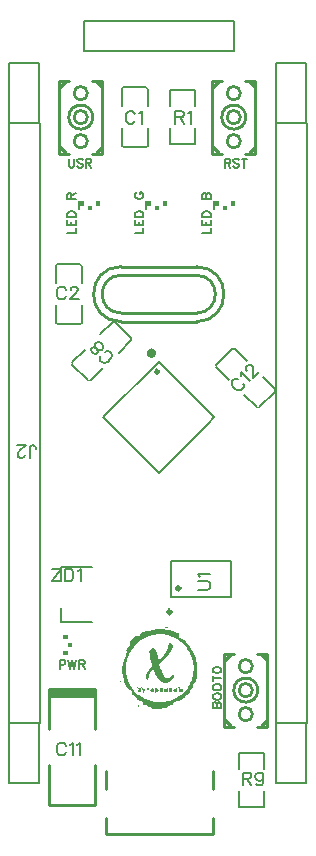
<source format=gto>
G04 Layer: TopSilkscreenLayer*
G04 EasyEDA v6.5.23, 2023-04-11 19:59:39*
G04 c99d532640dc4cbf880a73e467a675c2,770f52a9c06342aeb7d9f723a0e8078a,10*
G04 Gerber Generator version 0.2*
G04 Scale: 100 percent, Rotated: No, Reflected: No *
G04 Dimensions in inches *
G04 leading zeros omitted , absolute positions ,3 integer and 6 decimal *
%FSLAX36Y36*%
%MOIN*%

%ADD10C,0.0060*%
%ADD11C,0.0050*%
%ADD12C,0.0080*%
%ADD13C,0.0080*%
%ADD14C,0.0100*%
%ADD15C,0.0079*%
%ADD16C,0.0130*%
%ADD17C,0.0102*%
%ADD18C,0.0157*%
%ADD19C,0.0118*%
%ADD20C,0.0199*%

%LPD*%
G36*
X523180Y-2028020D02*
G01*
X520980Y-2028500D01*
X520000Y-2030000D01*
X520200Y-2030780D01*
X520780Y-2031420D01*
X521620Y-2031840D01*
X523900Y-2032120D01*
X525280Y-2032440D01*
X526640Y-2032940D01*
X528960Y-2034040D01*
X530280Y-2034340D01*
X531600Y-2034360D01*
X532760Y-2034100D01*
X535260Y-2033140D01*
X532940Y-2031819D01*
X531920Y-2031380D01*
X530900Y-2031140D01*
X529980Y-2031120D01*
X528700Y-2031500D01*
X528100Y-2031300D01*
X527560Y-2030820D01*
X527140Y-2030080D01*
X525600Y-2028560D01*
G37*
G36*
X503700Y-2036579D02*
G01*
X501360Y-2036759D01*
X500060Y-2037160D01*
X498240Y-2037340D01*
X489300Y-2037640D01*
X485880Y-2038040D01*
X482780Y-2038660D01*
X480400Y-2039379D01*
X478340Y-2040120D01*
X476060Y-2040720D01*
X473840Y-2041140D01*
X470280Y-2041380D01*
X465600Y-2042020D01*
X460260Y-2043080D01*
X455439Y-2044319D01*
X452760Y-2045200D01*
X451060Y-2045460D01*
X450420Y-2045400D01*
X447900Y-2045640D01*
X445040Y-2046940D01*
X442660Y-2048779D01*
X441680Y-2050640D01*
X441480Y-2051639D01*
X440920Y-2052580D01*
X440100Y-2053360D01*
X438140Y-2054319D01*
X437460Y-2054960D01*
X437120Y-2055700D01*
X437180Y-2056440D01*
X437040Y-2057960D01*
X435260Y-2059160D01*
X431820Y-2060040D01*
X426659Y-2060640D01*
X424040Y-2060860D01*
X421980Y-2061140D01*
X420340Y-2061560D01*
X419000Y-2062180D01*
X417819Y-2063120D01*
X416659Y-2064460D01*
X415379Y-2066260D01*
X412380Y-2070800D01*
X411060Y-2072500D01*
X410060Y-2073520D01*
X409500Y-2073700D01*
X408980Y-2073740D01*
X408120Y-2074420D01*
X407020Y-2075600D01*
X405820Y-2077160D01*
X404340Y-2079420D01*
X403660Y-2081180D01*
X403720Y-2082820D01*
X405080Y-2086440D01*
X405319Y-2087640D01*
X405080Y-2088500D01*
X403860Y-2089620D01*
X403540Y-2090200D01*
X403459Y-2090840D01*
X403780Y-2092000D01*
X403519Y-2092560D01*
X402920Y-2093040D01*
X402020Y-2093400D01*
X400740Y-2094120D01*
X399060Y-2095620D01*
X397220Y-2097700D01*
X395400Y-2100100D01*
X393340Y-2103300D01*
X392260Y-2105640D01*
X392020Y-2107560D01*
X393020Y-2111200D01*
X393080Y-2112580D01*
X392680Y-2113760D01*
X390940Y-2115920D01*
X390540Y-2116960D01*
X390560Y-2118000D01*
X390980Y-2119100D01*
X391700Y-2121460D01*
X391460Y-2124160D01*
X390319Y-2126960D01*
X387620Y-2130700D01*
X386860Y-2132120D01*
X386040Y-2133920D01*
X384340Y-2138460D01*
X382640Y-2143880D01*
X381060Y-2149780D01*
X379700Y-2155740D01*
X378680Y-2161300D01*
X378320Y-2163820D01*
X378074Y-2166720D01*
X390520Y-2166720D01*
X390620Y-2161020D01*
X390920Y-2155440D01*
X391440Y-2150140D01*
X392160Y-2145220D01*
X392580Y-2142960D01*
X393660Y-2138560D01*
X394980Y-2134080D01*
X396440Y-2129700D01*
X398080Y-2125400D01*
X399860Y-2121200D01*
X401800Y-2117100D01*
X403880Y-2113100D01*
X406100Y-2109200D01*
X408480Y-2105420D01*
X410959Y-2101740D01*
X413600Y-2098180D01*
X416340Y-2094720D01*
X419219Y-2091399D01*
X422220Y-2088180D01*
X425319Y-2085080D01*
X428540Y-2082120D01*
X431860Y-2079300D01*
X435280Y-2076600D01*
X438800Y-2074019D01*
X442420Y-2071600D01*
X446120Y-2069300D01*
X449900Y-2067160D01*
X453760Y-2065160D01*
X457700Y-2063300D01*
X461719Y-2061600D01*
X465800Y-2060040D01*
X469960Y-2058660D01*
X474159Y-2057420D01*
X478420Y-2056360D01*
X482740Y-2055440D01*
X487120Y-2054700D01*
X491520Y-2054139D01*
X495959Y-2053740D01*
X500460Y-2053520D01*
X504960Y-2053480D01*
X509500Y-2053620D01*
X514080Y-2053959D01*
X518660Y-2054460D01*
X523280Y-2055180D01*
X527880Y-2056080D01*
X532420Y-2057200D01*
X536900Y-2058500D01*
X541300Y-2059980D01*
X545640Y-2061660D01*
X549880Y-2063500D01*
X554060Y-2065520D01*
X558140Y-2067720D01*
X562120Y-2070080D01*
X566020Y-2072600D01*
X569800Y-2075280D01*
X573480Y-2078120D01*
X577040Y-2081100D01*
X580480Y-2084220D01*
X583820Y-2087480D01*
X587000Y-2090880D01*
X590060Y-2094420D01*
X593000Y-2098060D01*
X595780Y-2101840D01*
X598400Y-2105740D01*
X600880Y-2109740D01*
X603220Y-2113840D01*
X605380Y-2118060D01*
X607360Y-2122380D01*
X609200Y-2126780D01*
X610840Y-2131280D01*
X612300Y-2135860D01*
X613480Y-2140200D01*
X614360Y-2144480D01*
X615080Y-2149060D01*
X615620Y-2153880D01*
X616000Y-2158860D01*
X616180Y-2163940D01*
X616200Y-2169040D01*
X616020Y-2174100D01*
X615680Y-2179060D01*
X615160Y-2183840D01*
X614460Y-2188400D01*
X613580Y-2192620D01*
X612400Y-2197000D01*
X610920Y-2201700D01*
X609280Y-2206280D01*
X607460Y-2210760D01*
X605480Y-2215120D01*
X603340Y-2219380D01*
X601060Y-2223500D01*
X598620Y-2227520D01*
X596020Y-2231400D01*
X593280Y-2235160D01*
X590400Y-2238780D01*
X587380Y-2242280D01*
X584200Y-2245660D01*
X580900Y-2248880D01*
X577460Y-2251960D01*
X573900Y-2254920D01*
X570200Y-2257720D01*
X566400Y-2260380D01*
X562440Y-2262880D01*
X558380Y-2265240D01*
X554200Y-2267460D01*
X549920Y-2269500D01*
X545520Y-2271380D01*
X541000Y-2273120D01*
X536380Y-2274680D01*
X531660Y-2276080D01*
X526840Y-2277300D01*
X521920Y-2278360D01*
X517100Y-2279200D01*
X512380Y-2279780D01*
X507580Y-2280100D01*
X502740Y-2280160D01*
X497860Y-2280000D01*
X492960Y-2279600D01*
X488040Y-2278960D01*
X483120Y-2278100D01*
X478200Y-2277000D01*
X473320Y-2275700D01*
X468459Y-2274180D01*
X463660Y-2272440D01*
X458920Y-2270500D01*
X454260Y-2268340D01*
X449700Y-2266000D01*
X445220Y-2263440D01*
X440860Y-2260700D01*
X436640Y-2257780D01*
X432540Y-2254680D01*
X428600Y-2251380D01*
X425000Y-2248080D01*
X421700Y-2244760D01*
X418519Y-2241260D01*
X415480Y-2237600D01*
X412560Y-2233800D01*
X409780Y-2229860D01*
X407160Y-2225800D01*
X404700Y-2221620D01*
X402400Y-2217340D01*
X400280Y-2212980D01*
X398340Y-2208540D01*
X396580Y-2204040D01*
X395020Y-2199500D01*
X393660Y-2194920D01*
X392580Y-2190480D01*
X391760Y-2185820D01*
X391160Y-2180680D01*
X390740Y-2175220D01*
X390540Y-2169580D01*
X390520Y-2166720D01*
X378074Y-2166720D01*
X378040Y-2170120D01*
X378240Y-2174400D01*
X378600Y-2178860D01*
X379140Y-2183460D01*
X379860Y-2188160D01*
X380740Y-2192920D01*
X381760Y-2197720D01*
X382939Y-2202500D01*
X384260Y-2207240D01*
X385700Y-2211880D01*
X387260Y-2216420D01*
X388940Y-2220780D01*
X394560Y-2234020D01*
X411740Y-2243160D01*
X411900Y-2247820D01*
X411880Y-2249940D01*
X411620Y-2251260D01*
X411100Y-2251840D01*
X410280Y-2251780D01*
X409580Y-2251620D01*
X409020Y-2251660D01*
X408640Y-2251920D01*
X408500Y-2252340D01*
X409300Y-2253680D01*
X411180Y-2254980D01*
X413320Y-2255840D01*
X414900Y-2255800D01*
X415760Y-2255900D01*
X417160Y-2256660D01*
X418920Y-2257940D01*
X420840Y-2259520D01*
X422680Y-2261240D01*
X424240Y-2262900D01*
X425340Y-2264340D01*
X425760Y-2265360D01*
X426300Y-2267140D01*
X427819Y-2269200D01*
X430000Y-2271320D01*
X432640Y-2273360D01*
X435460Y-2275140D01*
X438200Y-2276440D01*
X440620Y-2277140D01*
X442480Y-2277040D01*
X444380Y-2277520D01*
X446280Y-2279780D01*
X447740Y-2283140D01*
X448320Y-2286820D01*
X448640Y-2289520D01*
X449520Y-2290680D01*
X450800Y-2290260D01*
X452299Y-2288180D01*
X453740Y-2285520D01*
X457620Y-2287520D01*
X459240Y-2288500D01*
X460760Y-2289680D01*
X462020Y-2290880D01*
X462819Y-2292000D01*
X463840Y-2293180D01*
X465620Y-2294600D01*
X467920Y-2296040D01*
X470500Y-2297380D01*
X475959Y-2300000D01*
X480180Y-2302200D01*
X481440Y-2302700D01*
X483240Y-2303120D01*
X485500Y-2303480D01*
X490760Y-2303960D01*
X496220Y-2304120D01*
X500860Y-2303920D01*
X502560Y-2303680D01*
X503680Y-2303320D01*
X504080Y-2302860D01*
X504260Y-2302400D01*
X504760Y-2302040D01*
X505500Y-2301800D01*
X508060Y-2301680D01*
X514440Y-2300860D01*
X528060Y-2298540D01*
X530620Y-2292860D01*
X531220Y-2291900D01*
X531660Y-2291520D01*
X532160Y-2292480D01*
X532940Y-2293000D01*
X534060Y-2293360D01*
X535420Y-2293500D01*
X537220Y-2293420D01*
X538020Y-2293120D01*
X537940Y-2292460D01*
X536260Y-2290120D01*
X536440Y-2289540D01*
X537860Y-2289480D01*
X543480Y-2290080D01*
X545320Y-2289980D01*
X546480Y-2289480D01*
X547120Y-2288600D01*
X547360Y-2287740D01*
X547460Y-2286880D01*
X547420Y-2286100D01*
X547220Y-2285520D01*
X547340Y-2284800D01*
X548200Y-2283620D01*
X549640Y-2282140D01*
X551520Y-2280540D01*
X553580Y-2279100D01*
X555760Y-2277860D01*
X557980Y-2276820D01*
X560100Y-2276060D01*
X562020Y-2275600D01*
X563620Y-2275440D01*
X564780Y-2275680D01*
X565380Y-2276300D01*
X565840Y-2276480D01*
X566880Y-2276200D01*
X568420Y-2275460D01*
X570360Y-2274360D01*
X575120Y-2271280D01*
X580440Y-2267420D01*
X583120Y-2265360D01*
X588020Y-2261240D01*
X591680Y-2257720D01*
X594660Y-2254620D01*
X597480Y-2251500D01*
X600160Y-2248300D01*
X602740Y-2244960D01*
X605280Y-2241400D01*
X607820Y-2237560D01*
X610400Y-2233380D01*
X613060Y-2228800D01*
X615860Y-2223720D01*
X623680Y-2208540D01*
X624740Y-2205880D01*
X625700Y-2202520D01*
X626520Y-2198560D01*
X627200Y-2194120D01*
X627740Y-2189300D01*
X628120Y-2184220D01*
X628360Y-2178940D01*
X628420Y-2173620D01*
X628340Y-2168320D01*
X628060Y-2163180D01*
X627600Y-2158300D01*
X626140Y-2148640D01*
X625580Y-2144300D01*
X625300Y-2141200D01*
X625480Y-2139060D01*
X625300Y-2137900D01*
X624860Y-2136420D01*
X623340Y-2132720D01*
X621160Y-2126720D01*
X619040Y-2120480D01*
X617820Y-2117460D01*
X616600Y-2114820D01*
X614940Y-2112100D01*
X605460Y-2097700D01*
X602620Y-2093660D01*
X599900Y-2090060D01*
X597640Y-2087360D01*
X595180Y-2084800D01*
X593480Y-2082720D01*
X591900Y-2080520D01*
X589460Y-2076620D01*
X588120Y-2075040D01*
X586780Y-2073880D01*
X585600Y-2073340D01*
X584260Y-2072900D01*
X582540Y-2072060D01*
X580620Y-2070920D01*
X576760Y-2068260D01*
X574600Y-2066940D01*
X572480Y-2065820D01*
X570700Y-2065060D01*
X566980Y-2063779D01*
X567880Y-2050940D01*
X561520Y-2048500D01*
X553340Y-2045120D01*
X549320Y-2043680D01*
X544900Y-2042340D01*
X540120Y-2041100D01*
X535020Y-2040000D01*
X529620Y-2039019D01*
X523920Y-2038180D01*
X518060Y-2037480D01*
X512460Y-2036960D01*
X507540Y-2036660D01*
G37*
G36*
X539120Y-2083820D02*
G01*
X535780Y-2084220D01*
X533580Y-2085420D01*
X532980Y-2086540D01*
X532360Y-2088340D01*
X531740Y-2090600D01*
X530920Y-2094840D01*
X529980Y-2098480D01*
X528700Y-2102200D01*
X527060Y-2105960D01*
X525080Y-2109760D01*
X522780Y-2113620D01*
X520160Y-2117500D01*
X517220Y-2121400D01*
X513960Y-2125320D01*
X510379Y-2129220D01*
X506640Y-2133040D01*
X503620Y-2135940D01*
X502380Y-2136940D01*
X501320Y-2137640D01*
X500400Y-2138000D01*
X499600Y-2138000D01*
X498880Y-2137640D01*
X498260Y-2136880D01*
X497660Y-2135700D01*
X497120Y-2134120D01*
X496019Y-2129560D01*
X493180Y-2114760D01*
X492140Y-2110780D01*
X491100Y-2107540D01*
X490160Y-2105520D01*
X488940Y-2103900D01*
X487620Y-2102580D01*
X486200Y-2101520D01*
X484700Y-2100780D01*
X483140Y-2100300D01*
X481520Y-2100120D01*
X479860Y-2100220D01*
X478180Y-2100620D01*
X476480Y-2101300D01*
X474799Y-2102260D01*
X473120Y-2103520D01*
X471480Y-2105080D01*
X467720Y-2109000D01*
X469820Y-2121340D01*
X470900Y-2126860D01*
X472220Y-2133000D01*
X474960Y-2144400D01*
X476980Y-2153460D01*
X477460Y-2156320D01*
X477520Y-2157120D01*
X477120Y-2158600D01*
X476019Y-2160640D01*
X474400Y-2162980D01*
X470680Y-2167280D01*
X467540Y-2171260D01*
X466120Y-2173280D01*
X464799Y-2175340D01*
X463579Y-2177440D01*
X462460Y-2179580D01*
X460500Y-2184000D01*
X458900Y-2188620D01*
X458240Y-2191000D01*
X457460Y-2194400D01*
X456980Y-2197240D01*
X456820Y-2199580D01*
X456980Y-2201440D01*
X457460Y-2202840D01*
X458280Y-2203820D01*
X459440Y-2204380D01*
X460920Y-2204560D01*
X462879Y-2204300D01*
X464180Y-2203100D01*
X465200Y-2200300D01*
X466300Y-2195260D01*
X466840Y-2193300D01*
X467720Y-2190960D01*
X468880Y-2188360D01*
X471780Y-2182780D01*
X475060Y-2177400D01*
X476680Y-2175020D01*
X478220Y-2173000D01*
X479580Y-2171420D01*
X480740Y-2170400D01*
X481620Y-2170040D01*
X482239Y-2170800D01*
X483300Y-2172820D01*
X484680Y-2175840D01*
X487340Y-2182100D01*
X488640Y-2184860D01*
X491680Y-2190620D01*
X495080Y-2196340D01*
X498540Y-2201580D01*
X500200Y-2203880D01*
X501780Y-2205880D01*
X503240Y-2207540D01*
X504540Y-2208800D01*
X506580Y-2210420D01*
X508800Y-2211900D01*
X511120Y-2213220D01*
X513480Y-2214340D01*
X515840Y-2215260D01*
X518140Y-2215940D01*
X520340Y-2216360D01*
X522400Y-2216500D01*
X524120Y-2216400D01*
X525920Y-2216120D01*
X527740Y-2215680D01*
X529600Y-2215060D01*
X531480Y-2214280D01*
X533340Y-2213340D01*
X535200Y-2212280D01*
X537040Y-2211100D01*
X538820Y-2209800D01*
X540560Y-2208380D01*
X542220Y-2206860D01*
X543800Y-2205260D01*
X545280Y-2203580D01*
X546640Y-2201840D01*
X547880Y-2200020D01*
X548980Y-2198160D01*
X550240Y-2195640D01*
X551020Y-2193500D01*
X551400Y-2191740D01*
X551360Y-2190380D01*
X550940Y-2189420D01*
X550180Y-2188860D01*
X549080Y-2188720D01*
X547680Y-2189000D01*
X545980Y-2189720D01*
X544040Y-2190900D01*
X541860Y-2192520D01*
X536660Y-2197040D01*
X534160Y-2198820D01*
X531840Y-2199980D01*
X529700Y-2200520D01*
X527640Y-2200420D01*
X525620Y-2199720D01*
X523579Y-2198400D01*
X521440Y-2196500D01*
X520500Y-2195480D01*
X518519Y-2192860D01*
X516420Y-2189520D01*
X514260Y-2185540D01*
X512060Y-2181040D01*
X509860Y-2176080D01*
X507740Y-2170800D01*
X505720Y-2165260D01*
X501200Y-2151460D01*
X506700Y-2146880D01*
X513860Y-2140380D01*
X522560Y-2132200D01*
X529600Y-2125760D01*
X531620Y-2124100D01*
X532540Y-2123540D01*
X532920Y-2123140D01*
X533180Y-2122640D01*
X533580Y-2121220D01*
X534440Y-2119660D01*
X535680Y-2117680D01*
X539020Y-2112760D01*
X540660Y-2109900D01*
X542140Y-2106920D01*
X543420Y-2103900D01*
X544500Y-2100900D01*
X545360Y-2097960D01*
X545980Y-2095160D01*
X546340Y-2092560D01*
X546440Y-2090220D01*
X546240Y-2088200D01*
X545760Y-2086560D01*
X544960Y-2085360D01*
X542540Y-2084180D01*
G37*
G36*
X631120Y-2133460D02*
G01*
X630500Y-2133500D01*
X629920Y-2133780D01*
X629480Y-2134280D01*
X629040Y-2135620D01*
X629440Y-2136500D01*
X630400Y-2136680D01*
X631640Y-2135920D01*
X632180Y-2135240D01*
X632380Y-2134640D01*
X632220Y-2134120D01*
X631720Y-2133660D01*
G37*
G36*
X373980Y-2139520D02*
G01*
X373459Y-2139620D01*
X373040Y-2139920D01*
X372760Y-2140380D01*
X372660Y-2140920D01*
X372760Y-2141400D01*
X373040Y-2141680D01*
X373459Y-2141720D01*
X373980Y-2141500D01*
X374920Y-2140760D01*
X375200Y-2140400D01*
X375300Y-2140100D01*
X375200Y-2139880D01*
X374920Y-2139680D01*
G37*
G36*
X373400Y-2208540D02*
G01*
X373100Y-2208640D01*
X372740Y-2208920D01*
X372000Y-2209860D01*
X371780Y-2210380D01*
X371820Y-2210800D01*
X372100Y-2211100D01*
X372580Y-2211200D01*
X373120Y-2211100D01*
X373560Y-2210800D01*
X373880Y-2210380D01*
X373980Y-2209860D01*
X373820Y-2208920D01*
X373620Y-2208640D01*
G37*
G36*
X442740Y-2228400D02*
G01*
X441480Y-2228540D01*
X439620Y-2229600D01*
X437760Y-2231360D01*
X435400Y-2234260D01*
X433860Y-2231360D01*
X432380Y-2229600D01*
X430580Y-2228560D01*
X429060Y-2228420D01*
X428440Y-2229440D01*
X428640Y-2230100D01*
X430020Y-2232380D01*
X433540Y-2237040D01*
X430860Y-2241380D01*
X429640Y-2243520D01*
X429120Y-2244840D01*
X429280Y-2245520D01*
X430120Y-2245700D01*
X431040Y-2245480D01*
X432060Y-2244840D01*
X433100Y-2243900D01*
X434020Y-2242760D01*
X435980Y-2239820D01*
X437540Y-2242760D01*
X438320Y-2243900D01*
X439260Y-2244840D01*
X440240Y-2245480D01*
X441140Y-2245700D01*
X442100Y-2245580D01*
X442400Y-2245020D01*
X441980Y-2243840D01*
X439680Y-2239600D01*
X439240Y-2237920D01*
X439480Y-2236260D01*
X440400Y-2234160D01*
X442740Y-2229440D01*
G37*
G36*
X567780Y-2228460D02*
G01*
X566240Y-2228560D01*
X564980Y-2228840D01*
X564120Y-2229260D01*
X563800Y-2229780D01*
X563960Y-2230300D01*
X564380Y-2230720D01*
X565020Y-2231000D01*
X565800Y-2231100D01*
X566760Y-2231460D01*
X567360Y-2232660D01*
X567700Y-2234900D01*
X567780Y-2238400D01*
X567780Y-2245700D01*
X573500Y-2245700D01*
X577460Y-2245380D01*
X580220Y-2244360D01*
X581860Y-2242640D01*
X582380Y-2240180D01*
X581740Y-2238260D01*
X579980Y-2236640D01*
X577480Y-2235520D01*
X573220Y-2234920D01*
X572380Y-2234360D01*
X571920Y-2233340D01*
X571620Y-2230060D01*
X571040Y-2229060D01*
X569820Y-2228580D01*
G37*
G36*
X542760Y-2233500D02*
G01*
X542000Y-2233840D01*
X541240Y-2234800D01*
X540160Y-2237440D01*
X539620Y-2238300D01*
X539040Y-2238860D01*
X538500Y-2239080D01*
X538020Y-2238860D01*
X537620Y-2238300D01*
X537360Y-2237440D01*
X537160Y-2235380D01*
X536860Y-2234540D01*
X536440Y-2233980D01*
X535920Y-2233760D01*
X535420Y-2234240D01*
X535000Y-2235520D01*
X534700Y-2237420D01*
X534600Y-2239740D01*
X534740Y-2241920D01*
X535100Y-2243680D01*
X535640Y-2244960D01*
X536300Y-2245720D01*
X537060Y-2245960D01*
X537820Y-2245620D01*
X538580Y-2244660D01*
X539680Y-2242020D01*
X540200Y-2241180D01*
X540780Y-2240600D01*
X541320Y-2240400D01*
X541800Y-2240600D01*
X542200Y-2241180D01*
X542460Y-2242020D01*
X542680Y-2244080D01*
X542960Y-2244920D01*
X543380Y-2245500D01*
X543900Y-2245700D01*
X544400Y-2245240D01*
X544840Y-2243960D01*
X545120Y-2242060D01*
X545220Y-2239740D01*
X545080Y-2237560D01*
X544720Y-2235800D01*
X544180Y-2234520D01*
X543520Y-2233740D01*
G37*
G36*
X444980Y-2233520D02*
G01*
X444340Y-2234560D01*
X444980Y-2236480D01*
X447560Y-2242420D01*
X448000Y-2244240D01*
X447879Y-2245740D01*
X447220Y-2247180D01*
X446079Y-2249140D01*
X445780Y-2250320D01*
X446320Y-2250880D01*
X447720Y-2251020D01*
X448740Y-2250580D01*
X449900Y-2249380D01*
X451120Y-2247600D01*
X452239Y-2245380D01*
X454580Y-2239640D01*
X455700Y-2236100D01*
X455640Y-2234280D01*
X454520Y-2233760D01*
X453700Y-2234040D01*
X452879Y-2234840D01*
X452140Y-2236000D01*
X451620Y-2237420D01*
X450640Y-2241060D01*
X449380Y-2237420D01*
X448140Y-2235320D01*
X446460Y-2233900D01*
G37*
G36*
X488140Y-2233600D02*
G01*
X488140Y-2242300D01*
X488240Y-2246560D01*
X488540Y-2249240D01*
X489159Y-2250620D01*
X490140Y-2251020D01*
X490920Y-2250820D01*
X491540Y-2250240D01*
X491960Y-2249400D01*
X492299Y-2247120D01*
X492860Y-2246300D01*
X493880Y-2245840D01*
X497020Y-2245520D01*
X498180Y-2244940D01*
X499000Y-2243840D01*
X499600Y-2242180D01*
X499880Y-2238880D01*
X498880Y-2236420D01*
X496580Y-2234800D01*
X492980Y-2234020D01*
G37*
G36*
X464920Y-2233760D02*
G01*
X462600Y-2233860D01*
X460700Y-2234160D01*
X459400Y-2234580D01*
X458940Y-2235080D01*
X459099Y-2235600D01*
X459520Y-2236020D01*
X460160Y-2236320D01*
X460920Y-2236420D01*
X461820Y-2236680D01*
X462440Y-2237520D01*
X462800Y-2238960D01*
X463020Y-2242860D01*
X463320Y-2244340D01*
X463740Y-2245340D01*
X464240Y-2245700D01*
X464760Y-2245340D01*
X465180Y-2244340D01*
X465480Y-2242860D01*
X465680Y-2238740D01*
X466100Y-2237320D01*
X466900Y-2236620D01*
X469260Y-2236320D01*
X470100Y-2236020D01*
X470680Y-2235600D01*
X470880Y-2235080D01*
X470420Y-2234580D01*
X469140Y-2234160D01*
X467239Y-2233860D01*
G37*
G36*
X514700Y-2233760D02*
G01*
X508560Y-2233960D01*
X505379Y-2234380D01*
X504400Y-2234640D01*
X503240Y-2235880D01*
X502780Y-2237820D01*
X503060Y-2239620D01*
X504120Y-2240400D01*
X504640Y-2240560D01*
X504799Y-2241060D01*
X504620Y-2241880D01*
X504080Y-2243060D01*
X503560Y-2244920D01*
X504280Y-2245760D01*
X505860Y-2245500D01*
X507960Y-2244040D01*
X508840Y-2243300D01*
X509480Y-2243060D01*
X509940Y-2243300D01*
X510700Y-2244700D01*
X511300Y-2245220D01*
X512040Y-2245580D01*
X512800Y-2245700D01*
X513680Y-2245380D01*
X514260Y-2244320D01*
X514580Y-2242460D01*
X514700Y-2239740D01*
G37*
G36*
X520660Y-2233760D02*
G01*
X519739Y-2234080D01*
X519120Y-2235080D01*
X518780Y-2236940D01*
X518680Y-2239740D01*
X518780Y-2242540D01*
X519120Y-2244380D01*
X519739Y-2245400D01*
X520660Y-2245700D01*
X521440Y-2245560D01*
X522080Y-2245120D01*
X522500Y-2244500D01*
X522819Y-2242940D01*
X523240Y-2242320D01*
X523880Y-2241880D01*
X524640Y-2241720D01*
X525420Y-2241880D01*
X526060Y-2242320D01*
X526480Y-2242940D01*
X526800Y-2244500D01*
X527220Y-2245120D01*
X527860Y-2245560D01*
X528620Y-2245700D01*
X529560Y-2245400D01*
X530180Y-2244380D01*
X530520Y-2242540D01*
X530620Y-2239740D01*
X530520Y-2236940D01*
X530180Y-2235080D01*
X529560Y-2234080D01*
X528620Y-2233760D01*
X527860Y-2233960D01*
X527220Y-2234540D01*
X526800Y-2235380D01*
X526480Y-2237460D01*
X526060Y-2238300D01*
X525420Y-2238860D01*
X524640Y-2239080D01*
X523860Y-2238860D01*
X523240Y-2238300D01*
X522819Y-2237460D01*
X522500Y-2235380D01*
X522080Y-2234540D01*
X521440Y-2233960D01*
G37*
G36*
X551200Y-2233760D02*
G01*
X550260Y-2234080D01*
X549640Y-2235080D01*
X549300Y-2236940D01*
X549200Y-2239740D01*
X549300Y-2242540D01*
X549640Y-2244380D01*
X550260Y-2245400D01*
X551200Y-2245700D01*
X551960Y-2245560D01*
X552600Y-2245120D01*
X553020Y-2244500D01*
X553340Y-2242940D01*
X553780Y-2242320D01*
X554400Y-2241880D01*
X555180Y-2241720D01*
X555960Y-2241880D01*
X556580Y-2242320D01*
X557020Y-2242940D01*
X557320Y-2244500D01*
X557760Y-2245120D01*
X558380Y-2245560D01*
X559160Y-2245700D01*
X560100Y-2245400D01*
X560700Y-2244380D01*
X561040Y-2242540D01*
X561140Y-2239740D01*
X561040Y-2236940D01*
X560700Y-2235080D01*
X560100Y-2234080D01*
X559160Y-2233760D01*
X558380Y-2233960D01*
X557740Y-2234540D01*
X557320Y-2235380D01*
X557020Y-2237460D01*
X556580Y-2238300D01*
X555960Y-2238860D01*
X555180Y-2239080D01*
X554400Y-2238860D01*
X553760Y-2238300D01*
X553340Y-2237460D01*
X553040Y-2235380D01*
X552600Y-2234540D01*
X551980Y-2233960D01*
G37*
G36*
X479380Y-2233800D02*
G01*
X476320Y-2233980D01*
X473800Y-2235360D01*
X472660Y-2237300D01*
X472260Y-2239740D01*
X472660Y-2242180D01*
X473800Y-2244120D01*
X474720Y-2244740D01*
X476040Y-2245240D01*
X477560Y-2245580D01*
X479140Y-2245700D01*
X480820Y-2245500D01*
X482260Y-2244900D01*
X483459Y-2243960D01*
X484340Y-2242760D01*
X484900Y-2241380D01*
X485100Y-2239840D01*
X484880Y-2238220D01*
X484240Y-2236580D01*
X482280Y-2234680D01*
G37*
G36*
X408420Y-2244380D02*
G01*
X407939Y-2244480D01*
X407660Y-2244780D01*
X407620Y-2245200D01*
X407840Y-2245700D01*
X408579Y-2246640D01*
X408940Y-2246940D01*
X409240Y-2247040D01*
X409460Y-2246940D01*
X409660Y-2246640D01*
X409820Y-2245700D01*
X409720Y-2245200D01*
X409400Y-2244780D01*
X408960Y-2244480D01*
G37*
G36*
X431440Y-2285180D02*
G01*
X430800Y-2288540D01*
X430680Y-2291240D01*
X431240Y-2293700D01*
X432340Y-2295460D01*
X433780Y-2296160D01*
X434739Y-2295460D01*
X434940Y-2293640D01*
X434420Y-2291140D01*
X433200Y-2288340D01*
G37*
D10*
X780000Y-2514600D02*
G01*
X780000Y-2557500D01*
X780000Y-2514600D02*
G01*
X798400Y-2514600D01*
X804499Y-2516599D01*
X806599Y-2518699D01*
X808599Y-2522800D01*
X808599Y-2526900D01*
X806599Y-2530999D01*
X804499Y-2533000D01*
X798400Y-2535000D01*
X780000Y-2535000D01*
X794300Y-2535000D02*
G01*
X808599Y-2557500D01*
X848699Y-2528899D02*
G01*
X846700Y-2535000D01*
X842600Y-2539099D01*
X836499Y-2541199D01*
X834399Y-2541199D01*
X828299Y-2539099D01*
X824200Y-2535000D01*
X822100Y-2528899D01*
X822100Y-2526900D01*
X824200Y-2520700D01*
X828299Y-2516599D01*
X834399Y-2514600D01*
X836499Y-2514600D01*
X842600Y-2516599D01*
X846700Y-2520700D01*
X848699Y-2528899D01*
X848699Y-2539099D01*
X846700Y-2549400D01*
X842600Y-2555500D01*
X836499Y-2557500D01*
X832399Y-2557500D01*
X826199Y-2555500D01*
X824200Y-2551399D01*
D11*
X679699Y-2300000D02*
G01*
X708400Y-2300000D01*
X679699Y-2300000D02*
G01*
X679699Y-2287700D01*
X681100Y-2283600D01*
X682500Y-2282300D01*
X685199Y-2280900D01*
X687899Y-2280900D01*
X690599Y-2282300D01*
X691999Y-2283600D01*
X693400Y-2287700D01*
X693400Y-2300000D02*
G01*
X693400Y-2287700D01*
X694699Y-2283600D01*
X696100Y-2282300D01*
X698800Y-2280900D01*
X702899Y-2280900D01*
X705599Y-2282300D01*
X706999Y-2283600D01*
X708400Y-2287700D01*
X708400Y-2300000D01*
X679699Y-2263699D02*
G01*
X681100Y-2266500D01*
X683800Y-2269200D01*
X686500Y-2270500D01*
X690599Y-2271900D01*
X697500Y-2271900D01*
X701500Y-2270500D01*
X704299Y-2269200D01*
X706999Y-2266500D01*
X708400Y-2263699D01*
X708400Y-2258299D01*
X706999Y-2255500D01*
X704299Y-2252800D01*
X701500Y-2251500D01*
X697500Y-2250100D01*
X690599Y-2250100D01*
X686500Y-2251500D01*
X683800Y-2252800D01*
X681100Y-2255500D01*
X679699Y-2258299D01*
X679699Y-2263699D01*
X679699Y-2232899D02*
G01*
X681100Y-2235599D01*
X683800Y-2238400D01*
X686500Y-2239699D01*
X690599Y-2241100D01*
X697500Y-2241100D01*
X701500Y-2239699D01*
X704299Y-2238400D01*
X706999Y-2235599D01*
X708400Y-2232899D01*
X708400Y-2227500D01*
X706999Y-2224699D01*
X704299Y-2221999D01*
X701500Y-2220599D01*
X697500Y-2219299D01*
X690599Y-2219299D01*
X686500Y-2220599D01*
X683800Y-2221999D01*
X681100Y-2224699D01*
X679699Y-2227500D01*
X679699Y-2232899D01*
X679699Y-2200700D02*
G01*
X708400Y-2200700D01*
X679699Y-2210300D02*
G01*
X679699Y-2191199D01*
X679699Y-2174000D02*
G01*
X681100Y-2178099D01*
X685199Y-2180799D01*
X691999Y-2182199D01*
X696100Y-2182199D01*
X702899Y-2180799D01*
X706999Y-2178099D01*
X708400Y-2174000D01*
X708400Y-2171300D01*
X706999Y-2167199D01*
X702899Y-2164499D01*
X696100Y-2163099D01*
X691999Y-2163099D01*
X685199Y-2164499D01*
X681100Y-2167199D01*
X679699Y-2171300D01*
X679699Y-2174000D01*
D10*
X720000Y-469699D02*
G01*
X720000Y-498400D01*
X720000Y-469699D02*
G01*
X732300Y-469699D01*
X736399Y-471100D01*
X737699Y-472500D01*
X739099Y-475199D01*
X739099Y-477899D01*
X737699Y-480599D01*
X736399Y-481999D01*
X732300Y-483400D01*
X720000Y-483400D01*
X729499Y-483400D02*
G01*
X739099Y-498400D01*
X767200Y-473800D02*
G01*
X764499Y-471100D01*
X760399Y-469699D01*
X754899Y-469699D01*
X750799Y-471100D01*
X748099Y-473800D01*
X748099Y-476500D01*
X749499Y-479299D01*
X750799Y-480599D01*
X753499Y-481999D01*
X761700Y-484699D01*
X764499Y-486100D01*
X765799Y-487500D01*
X767200Y-490199D01*
X767200Y-494299D01*
X764499Y-496999D01*
X760399Y-498400D01*
X754899Y-498400D01*
X750799Y-496999D01*
X748099Y-494299D01*
X785699Y-469699D02*
G01*
X785699Y-498400D01*
X776199Y-469699D02*
G01*
X795299Y-469699D01*
D11*
X200000Y-469699D02*
G01*
X200000Y-490199D01*
X201399Y-494299D01*
X204099Y-496999D01*
X208200Y-498400D01*
X210900Y-498400D01*
X215000Y-496999D01*
X217699Y-494299D01*
X219099Y-490199D01*
X219099Y-469699D01*
X247199Y-473800D02*
G01*
X244499Y-471100D01*
X240399Y-469699D01*
X234899Y-469699D01*
X230799Y-471100D01*
X228099Y-473800D01*
X228099Y-476500D01*
X229499Y-479299D01*
X230799Y-480599D01*
X233499Y-481999D01*
X241700Y-484699D01*
X244499Y-486100D01*
X245799Y-487500D01*
X247199Y-490199D01*
X247199Y-494299D01*
X244499Y-496999D01*
X240399Y-498400D01*
X234899Y-498400D01*
X230799Y-496999D01*
X228099Y-494299D01*
X256199Y-469699D02*
G01*
X256199Y-498400D01*
X256199Y-469699D02*
G01*
X268499Y-469699D01*
X272500Y-471100D01*
X273899Y-472500D01*
X275300Y-475199D01*
X275300Y-477899D01*
X273899Y-480599D01*
X272500Y-481999D01*
X268499Y-483400D01*
X256199Y-483400D01*
X265700Y-483400D02*
G01*
X275300Y-498400D01*
D10*
X420700Y-319800D02*
G01*
X418600Y-315700D01*
X414499Y-311599D01*
X410500Y-309600D01*
X402300Y-309600D01*
X398200Y-311599D01*
X394099Y-315700D01*
X391999Y-319800D01*
X390000Y-325999D01*
X390000Y-336199D01*
X391999Y-342300D01*
X394099Y-346399D01*
X398200Y-350500D01*
X402300Y-352500D01*
X410500Y-352500D01*
X414499Y-350500D01*
X418600Y-346399D01*
X420700Y-342300D01*
X434200Y-317800D02*
G01*
X438299Y-315700D01*
X444400Y-309600D01*
X444400Y-352500D01*
X190700Y-904800D02*
G01*
X188600Y-900700D01*
X184499Y-896599D01*
X180500Y-894600D01*
X172300Y-894600D01*
X168200Y-896599D01*
X164099Y-900700D01*
X161999Y-904800D01*
X160000Y-910999D01*
X160000Y-921199D01*
X161999Y-927300D01*
X164099Y-931399D01*
X168200Y-935500D01*
X172300Y-937500D01*
X180500Y-937500D01*
X184499Y-935500D01*
X188600Y-931399D01*
X190700Y-927300D01*
X206199Y-904800D02*
G01*
X206199Y-902800D01*
X208299Y-898699D01*
X210300Y-896599D01*
X214400Y-894600D01*
X222600Y-894600D01*
X226700Y-896599D01*
X228699Y-898699D01*
X230799Y-902800D01*
X230799Y-906900D01*
X228699Y-910999D01*
X224600Y-917100D01*
X204200Y-937500D01*
X232800Y-937500D01*
X555000Y-309600D02*
G01*
X555000Y-352500D01*
X555000Y-309600D02*
G01*
X573400Y-309600D01*
X579499Y-311599D01*
X581599Y-313699D01*
X583600Y-317800D01*
X583600Y-321900D01*
X581599Y-325999D01*
X579499Y-328000D01*
X573400Y-330000D01*
X555000Y-330000D01*
X569299Y-330000D02*
G01*
X583600Y-352500D01*
X597100Y-317800D02*
G01*
X601199Y-315700D01*
X607399Y-309600D01*
X607399Y-352500D01*
D11*
X644699Y-715000D02*
G01*
X673400Y-715000D01*
X673400Y-715000D02*
G01*
X673400Y-698600D01*
X644699Y-689600D02*
G01*
X673400Y-689600D01*
X644699Y-689600D02*
G01*
X644699Y-671900D01*
X658400Y-689600D02*
G01*
X658400Y-678699D01*
X673400Y-689600D02*
G01*
X673400Y-671900D01*
X644699Y-662899D02*
G01*
X673400Y-662899D01*
X644699Y-662899D02*
G01*
X644699Y-653400D01*
X646100Y-649299D01*
X648800Y-646500D01*
X651500Y-645199D01*
X655599Y-643800D01*
X662500Y-643800D01*
X666500Y-645199D01*
X669299Y-646500D01*
X671999Y-649299D01*
X673400Y-653400D01*
X673400Y-662899D01*
X682899Y-634800D02*
G01*
X682899Y-610300D01*
X644699Y-601300D02*
G01*
X673400Y-601300D01*
X644699Y-601300D02*
G01*
X644699Y-589000D01*
X646100Y-584899D01*
X647500Y-583499D01*
X650199Y-582199D01*
X652899Y-582199D01*
X655599Y-583499D01*
X656999Y-584899D01*
X658400Y-589000D01*
X658400Y-601300D02*
G01*
X658400Y-589000D01*
X659699Y-584899D01*
X661100Y-583499D01*
X663800Y-582199D01*
X667899Y-582199D01*
X670599Y-583499D01*
X671999Y-584899D01*
X673400Y-589000D01*
X673400Y-601300D01*
X419699Y-715000D02*
G01*
X448400Y-715000D01*
X448400Y-715000D02*
G01*
X448400Y-698600D01*
X419699Y-689600D02*
G01*
X448400Y-689600D01*
X419699Y-689600D02*
G01*
X419699Y-671900D01*
X433400Y-689600D02*
G01*
X433400Y-678699D01*
X448400Y-689600D02*
G01*
X448400Y-671900D01*
X419699Y-662899D02*
G01*
X448400Y-662899D01*
X419699Y-662899D02*
G01*
X419699Y-653400D01*
X421100Y-649299D01*
X423800Y-646500D01*
X426500Y-645199D01*
X430599Y-643800D01*
X437500Y-643800D01*
X441500Y-645199D01*
X444299Y-646500D01*
X446999Y-649299D01*
X448400Y-653400D01*
X448400Y-662899D01*
X457899Y-634800D02*
G01*
X457899Y-610300D01*
X426500Y-580799D02*
G01*
X423800Y-582199D01*
X421100Y-584899D01*
X419699Y-587600D01*
X419699Y-593099D01*
X421100Y-595799D01*
X423800Y-598499D01*
X426500Y-599899D01*
X430599Y-601300D01*
X437500Y-601300D01*
X441500Y-599899D01*
X444299Y-598499D01*
X446999Y-595799D01*
X448400Y-593099D01*
X448400Y-587600D01*
X446999Y-584899D01*
X444299Y-582199D01*
X441500Y-580799D01*
X437500Y-580799D01*
X437500Y-587600D02*
G01*
X437500Y-580799D01*
X194699Y-715000D02*
G01*
X223400Y-715000D01*
X223400Y-715000D02*
G01*
X223400Y-698600D01*
X194699Y-689600D02*
G01*
X223400Y-689600D01*
X194699Y-689600D02*
G01*
X194699Y-671900D01*
X208400Y-689600D02*
G01*
X208400Y-678699D01*
X223400Y-689600D02*
G01*
X223400Y-671900D01*
X194699Y-662899D02*
G01*
X223400Y-662899D01*
X194699Y-662899D02*
G01*
X194699Y-653400D01*
X196100Y-649299D01*
X198800Y-646500D01*
X201500Y-645199D01*
X205599Y-643800D01*
X212500Y-643800D01*
X216500Y-645199D01*
X219299Y-646500D01*
X221999Y-649299D01*
X223400Y-653400D01*
X223400Y-662899D01*
X232899Y-634800D02*
G01*
X232899Y-610300D01*
X194699Y-601300D02*
G01*
X223400Y-601300D01*
X194699Y-601300D02*
G01*
X194699Y-589000D01*
X196100Y-584899D01*
X197500Y-583499D01*
X200199Y-582199D01*
X202899Y-582199D01*
X205599Y-583499D01*
X206999Y-584899D01*
X208400Y-589000D01*
X208400Y-601300D01*
X208400Y-591700D02*
G01*
X223400Y-582199D01*
X170000Y-2139699D02*
G01*
X170000Y-2168400D01*
X170000Y-2139699D02*
G01*
X182300Y-2139699D01*
X186399Y-2141100D01*
X187699Y-2142500D01*
X189099Y-2145200D01*
X189099Y-2149299D01*
X187699Y-2151999D01*
X186399Y-2153400D01*
X182300Y-2154699D01*
X170000Y-2154699D01*
X198099Y-2139699D02*
G01*
X204899Y-2168400D01*
X211700Y-2139699D02*
G01*
X204899Y-2168400D01*
X211700Y-2139699D02*
G01*
X218499Y-2168400D01*
X225399Y-2139699D02*
G01*
X218499Y-2168400D01*
X234400Y-2139699D02*
G01*
X234400Y-2168400D01*
X234400Y-2139699D02*
G01*
X246599Y-2139699D01*
X250700Y-2141100D01*
X252100Y-2142500D01*
X253499Y-2145200D01*
X253499Y-2147899D01*
X252100Y-2150599D01*
X250700Y-2151999D01*
X246599Y-2153400D01*
X234400Y-2153400D01*
X243899Y-2153400D02*
G01*
X253499Y-2168400D01*
D10*
X173595Y-1834594D02*
G01*
X144994Y-1877494D01*
X144994Y-1834594D02*
G01*
X173595Y-1834594D01*
X144994Y-1877494D02*
G01*
X173595Y-1877494D01*
X187094Y-1834594D02*
G01*
X187094Y-1877494D01*
X187094Y-1834594D02*
G01*
X201494Y-1834594D01*
X207595Y-1836595D01*
X211694Y-1840695D01*
X213694Y-1844794D01*
X215794Y-1850994D01*
X215794Y-1861194D01*
X213694Y-1867294D01*
X211694Y-1871395D01*
X207595Y-1875495D01*
X201494Y-1877494D01*
X187094Y-1877494D01*
X229295Y-1842795D02*
G01*
X233395Y-1840695D01*
X239495Y-1834594D01*
X239495Y-1877494D01*
X629600Y-1905000D02*
G01*
X660300Y-1905000D01*
X666399Y-1903000D01*
X670500Y-1898899D01*
X672500Y-1892699D01*
X672500Y-1888600D01*
X670500Y-1882500D01*
X666399Y-1878400D01*
X660300Y-1876399D01*
X629600Y-1876399D01*
X637800Y-1862899D02*
G01*
X635700Y-1858800D01*
X629600Y-1852600D01*
X672500Y-1852600D01*
X190700Y-2424800D02*
G01*
X188600Y-2420700D01*
X184499Y-2416599D01*
X180500Y-2414600D01*
X172300Y-2414600D01*
X168200Y-2416599D01*
X164099Y-2420700D01*
X161999Y-2424800D01*
X160000Y-2430999D01*
X160000Y-2441199D01*
X161999Y-2447300D01*
X164099Y-2451399D01*
X168200Y-2455500D01*
X172300Y-2457500D01*
X180500Y-2457500D01*
X184499Y-2455500D01*
X188600Y-2451399D01*
X190700Y-2447300D01*
X204200Y-2422800D02*
G01*
X208299Y-2420700D01*
X214400Y-2414600D01*
X214400Y-2457500D01*
X227899Y-2422800D02*
G01*
X231999Y-2420700D01*
X238099Y-2414600D01*
X238099Y-2457500D01*
X69499Y-1465399D02*
G01*
X69499Y-1432699D01*
X71599Y-1426500D01*
X73600Y-1424499D01*
X77699Y-1422500D01*
X81799Y-1422500D01*
X85900Y-1424499D01*
X88000Y-1426500D01*
X90000Y-1432699D01*
X90000Y-1436799D01*
X54000Y-1455199D02*
G01*
X54000Y-1457199D01*
X51999Y-1461300D01*
X49899Y-1463400D01*
X45799Y-1465399D01*
X37600Y-1465399D01*
X33499Y-1463400D01*
X31500Y-1461300D01*
X29499Y-1457199D01*
X29499Y-1453099D01*
X31500Y-1449000D01*
X35599Y-1442899D01*
X55999Y-1422500D01*
X27399Y-1422500D01*
X305828Y-1127323D02*
G01*
X304414Y-1131707D01*
X304414Y-1137505D01*
X305828Y-1141748D01*
X311626Y-1147546D01*
X315940Y-1149032D01*
X321738Y-1149032D01*
X326122Y-1147618D01*
X331920Y-1144648D01*
X339133Y-1137435D01*
X342031Y-1131707D01*
X343445Y-1127323D01*
X343445Y-1121525D01*
X341961Y-1117211D01*
X336163Y-1111413D01*
X331920Y-1110000D01*
X326122Y-1110000D01*
X321738Y-1111413D01*
X281857Y-1117777D02*
G01*
X287584Y-1120677D01*
X291968Y-1119263D01*
X294868Y-1116363D01*
X296282Y-1111979D01*
X294868Y-1107595D01*
X290554Y-1100453D01*
X287584Y-1094656D01*
X287584Y-1088858D01*
X289070Y-1084544D01*
X293454Y-1080160D01*
X297766Y-1078674D01*
X300666Y-1078746D01*
X306394Y-1081644D01*
X312192Y-1087442D01*
X315091Y-1093171D01*
X315162Y-1096069D01*
X313676Y-1100383D01*
X309292Y-1104767D01*
X304980Y-1106251D01*
X299180Y-1106251D01*
X293382Y-1103281D01*
X286241Y-1098969D01*
X281857Y-1097555D01*
X277472Y-1098969D01*
X274573Y-1101867D01*
X273159Y-1106251D01*
X276059Y-1111979D01*
X281857Y-1117777D01*
X765604Y-1202899D02*
G01*
X761220Y-1201484D01*
X755421Y-1201484D01*
X751179Y-1202899D01*
X745381Y-1208697D01*
X743897Y-1213011D01*
X743897Y-1218809D01*
X745311Y-1223193D01*
X748281Y-1228991D01*
X755493Y-1236203D01*
X761220Y-1239103D01*
X765604Y-1240516D01*
X771403Y-1240516D01*
X775716Y-1239032D01*
X781514Y-1233234D01*
X782929Y-1228991D01*
X782929Y-1223193D01*
X781514Y-1218809D01*
X773737Y-1191939D02*
G01*
X775150Y-1187555D01*
X775150Y-1178928D01*
X805486Y-1209263D01*
X793393Y-1175109D02*
G01*
X791980Y-1173696D01*
X790495Y-1169382D01*
X790424Y-1166482D01*
X791908Y-1162170D01*
X797707Y-1156372D01*
X802021Y-1154886D01*
X804991Y-1154886D01*
X809304Y-1156372D01*
X812202Y-1159270D01*
X813688Y-1163584D01*
X815101Y-1170796D01*
X815032Y-1199717D01*
X835254Y-1179493D01*
G36*
X686540Y-609500D02*
G01*
X686540Y-626220D01*
X699340Y-626220D01*
X699340Y-609500D01*
G37*
G36*
X740680Y-609500D02*
G01*
X740680Y-626220D01*
X753460Y-626220D01*
X753460Y-609500D01*
G37*
G36*
X713120Y-626220D02*
G01*
X713120Y-640000D01*
X726880Y-640000D01*
X726880Y-626220D01*
G37*
G36*
X461540Y-609500D02*
G01*
X461540Y-626220D01*
X474320Y-626220D01*
X474320Y-609500D01*
G37*
G36*
X515680Y-609500D02*
G01*
X515680Y-626220D01*
X528460Y-626220D01*
X528460Y-609500D01*
G37*
G36*
X488120Y-626220D02*
G01*
X488120Y-640000D01*
X501880Y-640000D01*
X501880Y-626220D01*
G37*
G36*
X236540Y-609500D02*
G01*
X236540Y-626220D01*
X249320Y-626220D01*
X249320Y-609500D01*
G37*
G36*
X290680Y-609500D02*
G01*
X290680Y-626220D01*
X303460Y-626220D01*
X303460Y-609500D01*
G37*
G36*
X263120Y-626220D02*
G01*
X263120Y-640000D01*
X276880Y-640000D01*
X276880Y-626220D01*
G37*
G36*
X179500Y-2110660D02*
G01*
X179500Y-2123460D01*
X196220Y-2123460D01*
X196220Y-2110660D01*
G37*
G36*
X179500Y-2056540D02*
G01*
X179500Y-2069319D01*
X196220Y-2069319D01*
X196220Y-2056540D01*
G37*
G36*
X196220Y-2083120D02*
G01*
X196220Y-2096879D01*
X210000Y-2096879D01*
X210000Y-2083120D01*
G37*
G36*
X135000Y-2235000D02*
G01*
X137000Y-2259000D01*
X284000Y-2259000D01*
X286000Y-2257000D01*
X286000Y-2235000D01*
G37*
D12*
X100000Y-350000D02*
G01*
X100000Y-225000D01*
D13*
X100000Y-350000D02*
G01*
X0Y-350000D01*
X0Y-150000D01*
X100000Y-150000D01*
X100000Y-225000D01*
D12*
X990000Y-350000D02*
G01*
X990000Y-225000D01*
D13*
X990000Y-350000D02*
G01*
X890000Y-350000D01*
X890000Y-150000D01*
X990000Y-150000D01*
X990000Y-225000D01*
D12*
X100000Y-2550000D02*
G01*
X100000Y-2425000D01*
D13*
X100000Y-2550000D02*
G01*
X0Y-2550000D01*
X0Y-2350000D01*
X100000Y-2350000D01*
X100000Y-2425000D01*
D12*
X990000Y-2550000D02*
G01*
X990000Y-2425000D01*
D13*
X990000Y-2550000D02*
G01*
X890000Y-2550000D01*
X890000Y-2350000D01*
X990000Y-2350000D01*
X990000Y-2425000D01*
D10*
X852484Y-2502550D02*
G01*
X852484Y-2449011D01*
X767515Y-2449011D01*
X767515Y-2502550D01*
X852484Y-2577449D02*
G01*
X852484Y-2630988D01*
X767515Y-2630988D01*
X767515Y-2577449D01*
D14*
X719133Y-2362048D02*
G01*
X719133Y-2117955D01*
X860868Y-2117955D02*
G01*
X860868Y-2362048D01*
X840001Y-2360001D02*
G01*
X860001Y-2340001D01*
X740001Y-2360001D02*
G01*
X720001Y-2340001D01*
X720001Y-2140001D02*
G01*
X740001Y-2120001D01*
X860001Y-2140001D02*
G01*
X840001Y-2120001D01*
X719133Y-2117955D02*
G01*
X751372Y-2117955D01*
X828627Y-2117955D02*
G01*
X860868Y-2117955D01*
X719133Y-2362048D02*
G01*
X751372Y-2362048D01*
X828627Y-2362048D02*
G01*
X860868Y-2362048D01*
X679133Y-452047D02*
G01*
X679133Y-207955D01*
X820868Y-207955D02*
G01*
X820868Y-452047D01*
X800001Y-450001D02*
G01*
X820001Y-430001D01*
X700001Y-450001D02*
G01*
X680001Y-430001D01*
X680001Y-230001D02*
G01*
X700001Y-210001D01*
X820001Y-230001D02*
G01*
X800001Y-210001D01*
X679133Y-207955D02*
G01*
X711372Y-207955D01*
X788627Y-207955D02*
G01*
X820868Y-207955D01*
X679133Y-452047D02*
G01*
X711372Y-452047D01*
X788627Y-452047D02*
G01*
X820868Y-452047D01*
D15*
X673595Y-1342373D02*
G01*
X501060Y-1514908D01*
X315799Y-1329645D01*
X500354Y-1145091D01*
X685616Y-1330354D01*
X664402Y-1351567D01*
D14*
X310866Y-207952D02*
G01*
X310866Y-452044D01*
X169131Y-452044D02*
G01*
X169131Y-207952D01*
X189998Y-209998D02*
G01*
X169998Y-229998D01*
X289998Y-209998D02*
G01*
X309998Y-229998D01*
X309998Y-429998D02*
G01*
X289998Y-449998D01*
X169998Y-429998D02*
G01*
X189998Y-449998D01*
X310866Y-452044D02*
G01*
X278627Y-452044D01*
X201372Y-452044D02*
G01*
X169131Y-452044D01*
X310866Y-207952D02*
G01*
X278627Y-207952D01*
X201372Y-207952D02*
G01*
X169131Y-207952D01*
D10*
X463015Y-424929D02*
G01*
X463015Y-366464D01*
X376984Y-366464D02*
G01*
X376984Y-424929D01*
X382984Y-430929D02*
G01*
X457015Y-430929D01*
X463015Y-235070D02*
G01*
X463015Y-293535D01*
X376984Y-293535D02*
G01*
X376984Y-235070D01*
X382984Y-229070D02*
G01*
X457015Y-229070D01*
X243015Y-1014929D02*
G01*
X243015Y-956464D01*
X156984Y-956464D02*
G01*
X156984Y-1014929D01*
X162984Y-1020929D02*
G01*
X237015Y-1020929D01*
X243015Y-825070D02*
G01*
X243015Y-883535D01*
X156984Y-883535D02*
G01*
X156984Y-825070D01*
X162984Y-819070D02*
G01*
X237015Y-819070D01*
X537516Y-367449D02*
G01*
X537516Y-420988D01*
X622483Y-420988D01*
X622483Y-367449D01*
X537516Y-292550D02*
G01*
X537516Y-239011D01*
X622483Y-239011D01*
X622483Y-292550D01*
X277656Y-1828413D02*
G01*
X173233Y-1828413D01*
X173233Y-1873641D01*
X277656Y-2011577D02*
G01*
X173233Y-2011577D01*
X173233Y-1966347D01*
X540542Y-1929897D02*
G01*
X540542Y-1810102D01*
X739457Y-1810102D01*
X739457Y-1929897D01*
X540542Y-1929897D01*
D14*
X322835Y-2719814D02*
G01*
X322835Y-2665590D01*
X679429Y-2719814D02*
G01*
X322835Y-2719814D01*
X322835Y-2569310D02*
G01*
X322835Y-2508116D01*
X679429Y-2719814D02*
G01*
X679429Y-2665841D01*
X679429Y-2569059D02*
G01*
X679429Y-2508366D01*
D16*
X284000Y-2259000D02*
G01*
X136999Y-2259000D01*
D14*
X135000Y-2370000D02*
G01*
X135000Y-2365999D01*
X135000Y-2235000D01*
X285999Y-2235000D01*
X285999Y-2365999D01*
X285999Y-2370000D01*
X285999Y-2490999D02*
G01*
X285999Y-2624000D01*
X135000Y-2624000D01*
X135000Y-2490999D01*
D13*
X325000Y-10000D02*
G01*
X250000Y-10000D01*
X250000Y-110000D01*
X750000Y-110000D01*
X750000Y-10000D01*
D12*
X750000Y-10000D02*
G01*
X325000Y-10000D01*
D13*
X100000Y-2350000D02*
G01*
X105000Y-2350000D01*
X105000Y-350000D01*
X0Y-350000D01*
X0Y-2350000D01*
X100000Y-2350000D01*
X990000Y-2350000D02*
G01*
X995000Y-2350000D01*
X995000Y-350000D01*
X890000Y-350000D01*
X890000Y-2350000D01*
X990000Y-2350000D01*
D10*
X346707Y-1012458D02*
G01*
X305367Y-1053798D01*
X366201Y-1114632D02*
G01*
X407541Y-1073292D01*
X407541Y-1064807D02*
G01*
X355192Y-1012458D01*
X212458Y-1146707D02*
G01*
X253798Y-1105367D01*
X314632Y-1166201D02*
G01*
X273292Y-1207541D01*
X264807Y-1207541D02*
G01*
X212458Y-1155192D01*
X887542Y-1236707D02*
G01*
X846202Y-1195367D01*
X785367Y-1256201D02*
G01*
X826707Y-1297541D01*
X835192Y-1297541D02*
G01*
X887542Y-1245192D01*
X753292Y-1102458D02*
G01*
X794632Y-1143798D01*
X733798Y-1204632D02*
G01*
X692458Y-1163292D01*
X692458Y-1154807D02*
G01*
X744807Y-1102458D01*
D17*
X625981Y-1011532D02*
G01*
X374014Y-1011532D01*
X374016Y-828463D02*
G01*
X625983Y-828463D01*
X374016Y-982993D02*
G01*
X625983Y-982993D01*
X625983Y-857006D02*
G01*
X374016Y-857006D01*
D18*
G75*
G01*
X481348Y-1122601D02*
G03*
X481277Y-1122672I-5603J5532D01*
D10*
G75*
G01*
X376984Y-424929D02*
G03*
X382984Y-430929I6000J0D01*
G75*
G01*
X457016Y-430929D02*
G03*
X463016Y-424929I0J6000D01*
G75*
G01*
X376984Y-235071D02*
G02*
X382984Y-229071I6000J0D01*
G75*
G01*
X457016Y-229071D02*
G02*
X463016Y-235071I0J-6000D01*
G75*
G01*
X156984Y-1014929D02*
G03*
X162984Y-1020929I6000J0D01*
G75*
G01*
X237016Y-1020929D02*
G03*
X243016Y-1014929I0J6000D01*
G75*
G01*
X156984Y-825071D02*
G02*
X162984Y-819071I6000J0D01*
G75*
G01*
X237016Y-819071D02*
G02*
X243016Y-825071I0J-6000D01*
G75*
G01*
X407542Y-1073292D02*
G03*
X407542Y-1064807I-4243J4242D01*
G75*
G01*
X355193Y-1012458D02*
G03*
X346708Y-1012458I-4243J-4243D01*
G75*
G01*
X273292Y-1207542D02*
G02*
X264807Y-1207542I-4242J4243D01*
G75*
G01*
X212458Y-1155193D02*
G02*
X212458Y-1146708I4243J4243D01*
G75*
G01*
X826708Y-1297542D02*
G03*
X835193Y-1297542I4242J4243D01*
G75*
G01*
X887542Y-1245193D02*
G03*
X887542Y-1236708I-4243J4243D01*
G75*
G01*
X692458Y-1163292D02*
G02*
X692458Y-1154807I4243J4242D01*
G75*
G01*
X744807Y-1102458D02*
G02*
X753292Y-1102458I4243J-4243D01*
D17*
G75*
G01*
X625981Y-1011533D02*
G03*
X626000Y-828500I-293J91517D01*
G75*
G01*
X374016Y-828465D02*
G03*
X374000Y-1011500I294J-91518D01*
G75*
G01*
X625983Y-857007D02*
G02*
X626000Y-983000I-242J-62997D01*
G75*
G01*
X374016Y-982993D02*
G02*
X374000Y-857000I243J62997D01*
D14*
G75*
G01
X812360Y-2240000D02*
G03X812360Y-2240000I-22360J0D01*
G75*
G01
X830000Y-2240000D02*
G03X830000Y-2240000I-40000J0D01*
G75*
G01
X812360Y-2160000D02*
G03X812360Y-2160000I-22360J0D01*
G75*
G01
X812360Y-2320000D02*
G03X812360Y-2320000I-22360J0D01*
G75*
G01
X772360Y-330000D02*
G03X772360Y-330000I-22360J0D01*
G75*
G01
X790000Y-330000D02*
G03X790000Y-330000I-40000J0D01*
G75*
G01
X772360Y-250000D02*
G03X772360Y-250000I-22360J0D01*
G75*
G01
X772360Y-410000D02*
G03X772360Y-410000I-22360J0D01*
G75*
G01
X500860Y-1178280D02*
G03X500860Y-1178280I-6710J0D01*
G75*
G01
X262360Y-330000D02*
G03X262360Y-330000I-22360J0D01*
G75*
G01
X280000Y-330000D02*
G03X280000Y-330000I-40000J0D01*
G75*
G01
X262360Y-410000D02*
G03X262360Y-410000I-22360J0D01*
G75*
G01
X262360Y-250000D02*
G03X262360Y-250000I-22360J0D01*
D19*
G75*
G01
X570910Y-1900280D02*
G03X570910Y-1900280I-5910J0D01*
G75*
G01
X541800Y-1978970D02*
G03X541800Y-1978970I-5910J0D01*
M02*

</source>
